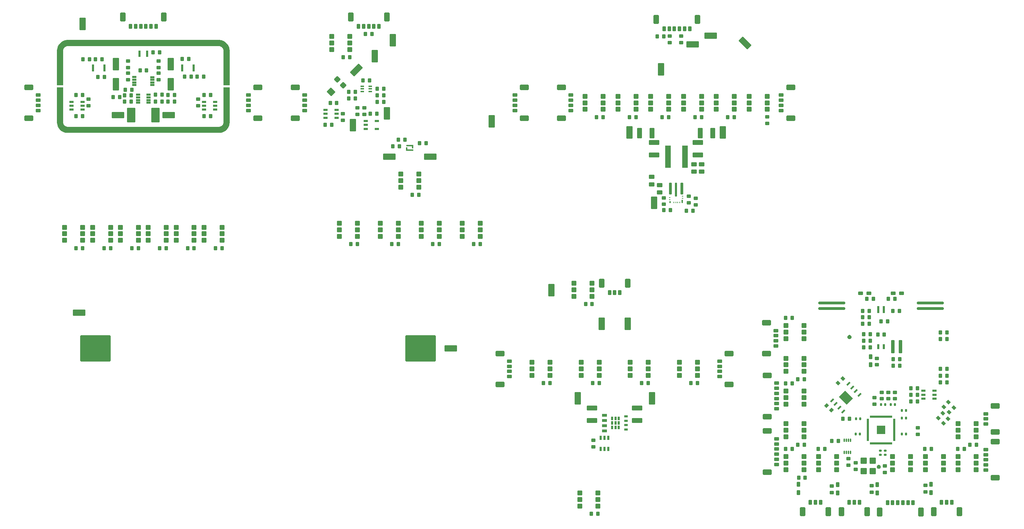
<source format=gtp>
%FSLAX25Y25*%
%MOIN*%
%SFA1B1*%

%IPPOS*%
%AMD10*
4,1,8,-0.134100,-0.127400,0.134100,-0.127400,0.146800,-0.114600,0.146800,0.114600,0.134100,0.127400,-0.134100,0.127400,-0.146800,0.114600,-0.146800,-0.114600,-0.134100,-0.127400,0.0*
1,1,0.025480,-0.134100,-0.114600*
1,1,0.025480,0.134100,-0.114600*
1,1,0.025480,0.134100,0.114600*
1,1,0.025480,-0.134100,0.114600*
%
%AMD11*
4,1,8,-0.059100,0.026600,-0.059100,-0.026600,-0.056100,-0.029500,0.056100,-0.029500,0.059100,-0.026600,0.059100,0.026600,0.056100,0.029500,-0.056100,0.029500,-0.059100,0.026600,0.0*
1,1,0.005900,-0.056100,0.026600*
1,1,0.005900,-0.056100,-0.026600*
1,1,0.005900,0.056100,-0.026600*
1,1,0.005900,0.056100,0.026600*
%
%AMD15*
4,1,8,-0.026600,-0.059100,0.026600,-0.059100,0.029500,-0.056100,0.029500,0.056100,0.026600,0.059100,-0.026600,0.059100,-0.029500,0.056100,-0.029500,-0.056100,-0.026600,-0.059100,0.0*
1,1,0.005900,-0.026600,-0.056100*
1,1,0.005900,0.026600,-0.056100*
1,1,0.005900,0.026600,0.056100*
1,1,0.005900,-0.026600,0.056100*
%
%AMD16*
4,1,8,-0.015700,0.015500,-0.015700,-0.015500,-0.012600,-0.018700,0.012600,-0.018700,0.015700,-0.015500,0.015700,0.015500,0.012600,0.018700,-0.012600,0.018700,-0.015700,0.015500,0.0*
1,1,0.006300,-0.012600,0.015500*
1,1,0.006300,-0.012600,-0.015500*
1,1,0.006300,0.012600,-0.015500*
1,1,0.006300,0.012600,0.015500*
%
%AMD18*
4,1,8,0.015400,0.006900,-0.015400,0.006900,-0.016700,0.005500,-0.016700,-0.005500,-0.015400,-0.006900,0.015400,-0.006900,0.016700,-0.005500,0.016700,0.005500,0.015400,0.006900,0.0*
1,1,0.002760,0.015400,0.005500*
1,1,0.002760,-0.015400,0.005500*
1,1,0.002760,-0.015400,-0.005500*
1,1,0.002760,0.015400,-0.005500*
%
%AMD21*
4,1,8,-0.042300,0.020500,-0.042300,-0.020500,-0.037200,-0.025600,0.037200,-0.025600,0.042300,-0.020500,0.042300,0.020500,0.037200,0.025600,-0.037200,0.025600,-0.042300,0.020500,0.0*
1,1,0.010240,-0.037200,0.020500*
1,1,0.010240,-0.037200,-0.020500*
1,1,0.010240,0.037200,-0.020500*
1,1,0.010240,0.037200,0.020500*
%
%AMD22*
4,1,8,-0.023600,0.012600,-0.023600,-0.012600,-0.020500,-0.015700,0.020500,-0.015700,0.023600,-0.012600,0.023600,0.012600,0.020500,0.015700,-0.020500,0.015700,-0.023600,0.012600,0.0*
1,1,0.006300,-0.020500,0.012600*
1,1,0.006300,-0.020500,-0.012600*
1,1,0.006300,0.020500,-0.012600*
1,1,0.006300,0.020500,0.012600*
%
%AMD23*
4,1,8,0.018900,0.023600,-0.018900,0.023600,-0.023600,0.018900,-0.023600,-0.018900,-0.018900,-0.023600,0.018900,-0.023600,0.023600,-0.018900,0.023600,0.018900,0.018900,0.023600,0.0*
1,1,0.009440,0.018900,0.018900*
1,1,0.009440,-0.018900,0.018900*
1,1,0.009440,-0.018900,-0.018900*
1,1,0.009440,0.018900,-0.018900*
%
%AMD24*
4,1,8,0.012600,0.023600,-0.012600,0.023600,-0.015700,0.020500,-0.015700,-0.020500,-0.012600,-0.023600,0.012600,-0.023600,0.015700,-0.020500,0.015700,0.020500,0.012600,0.023600,0.0*
1,1,0.006300,0.012600,0.020500*
1,1,0.006300,-0.012600,0.020500*
1,1,0.006300,-0.012600,-0.020500*
1,1,0.006300,0.012600,-0.020500*
%
%AMD25*
4,1,8,0.020500,0.042300,-0.020500,0.042300,-0.025600,0.037200,-0.025600,-0.037200,-0.020500,-0.042300,0.020500,-0.042300,0.025600,-0.037200,0.025600,0.037200,0.020500,0.042300,0.0*
1,1,0.010240,0.020500,0.037200*
1,1,0.010240,-0.020500,0.037200*
1,1,0.010240,-0.020500,-0.037200*
1,1,0.010240,0.020500,-0.037200*
%
%AMD26*
4,1,8,-0.018900,-0.008900,0.018900,-0.008900,0.020700,-0.007100,0.020700,0.007100,0.018900,0.008900,-0.018900,0.008900,-0.020700,0.007100,-0.020700,-0.007100,-0.018900,-0.008900,0.0*
1,1,0.003540,-0.018900,-0.007100*
1,1,0.003540,0.018900,-0.007100*
1,1,0.003540,0.018900,0.007100*
1,1,0.003540,-0.018900,0.007100*
%
%AMD27*
4,1,8,-0.015500,-0.015700,0.015500,-0.015700,0.018700,-0.012600,0.018700,0.012600,0.015500,0.015700,-0.015500,0.015700,-0.018700,0.012600,-0.018700,-0.012600,-0.015500,-0.015700,0.0*
1,1,0.006300,-0.015500,-0.012600*
1,1,0.006300,0.015500,-0.012600*
1,1,0.006300,0.015500,0.012600*
1,1,0.006300,-0.015500,0.012600*
%
%AMD28*
4,1,8,-0.016900,-0.011000,0.016900,-0.011000,0.019100,-0.008800,0.019100,0.008800,0.016900,0.011000,-0.016900,0.011000,-0.019100,0.008800,-0.019100,-0.008800,-0.016900,-0.011000,0.0*
1,1,0.004400,-0.016900,-0.008800*
1,1,0.004400,0.016900,-0.008800*
1,1,0.004400,0.016900,0.008800*
1,1,0.004400,-0.016900,0.008800*
%
%AMD29*
4,1,8,-0.039400,0.066900,-0.039400,-0.066900,-0.035400,-0.070900,0.035400,-0.070900,0.039400,-0.066900,0.039400,0.066900,0.035400,0.070900,-0.035400,0.070900,-0.039400,0.066900,0.0*
1,1,0.007880,-0.035400,0.066900*
1,1,0.007880,-0.035400,-0.066900*
1,1,0.007880,0.035400,-0.066900*
1,1,0.007880,0.035400,0.066900*
%
%AMD41*
4,1,8,0.003300,-0.030100,0.030100,-0.003300,0.030100,0.003300,0.003300,0.030100,-0.003300,0.030100,-0.030100,0.003300,-0.030100,-0.003300,-0.003300,-0.030100,0.003300,-0.030100,0.0*
1,1,0.009440,0.000000,-0.026700*
1,1,0.009440,0.026700,0.000000*
1,1,0.009440,0.000000,0.026700*
1,1,0.009440,-0.026700,0.000000*
%
%AMD42*
4,1,8,-0.039000,-0.002800,-0.002800,-0.039000,0.005600,-0.039000,0.039000,-0.005600,0.039000,0.002800,0.002800,0.039000,-0.005600,0.039000,-0.039000,0.005600,-0.039000,-0.002800,0.0*
1,1,0.011820,-0.034800,0.001400*
1,1,0.011820,0.001400,-0.034800*
1,1,0.011820,0.034800,-0.001400*
1,1,0.011820,-0.001400,0.034800*
%
%AMD43*
4,1,8,-0.060600,-0.023000,-0.023000,-0.060600,-0.018800,-0.060500,0.060500,0.018800,0.060600,0.023000,0.023000,0.060600,0.018800,0.060500,-0.060500,-0.018800,-0.060600,-0.023000,0.0*
1,1,0.005900,-0.058500,-0.020900*
1,1,0.005900,-0.020900,-0.058500*
1,1,0.005900,0.058500,0.020900*
1,1,0.005900,0.020900,0.058500*
%
%AMD49*
4,1,8,-0.022100,-0.000100,-0.000100,-0.022100,0.004300,-0.022100,0.022100,-0.004300,0.022100,0.000100,0.000100,0.022100,-0.004300,0.022100,-0.022100,0.004300,-0.022100,-0.000100,0.0*
1,1,0.006300,-0.019900,0.002100*
1,1,0.006300,0.002100,-0.019900*
1,1,0.006300,0.019900,-0.002100*
1,1,0.006300,-0.002100,0.019900*
%
%AMD50*
4,1,8,-0.016700,0.018300,-0.016700,-0.018300,-0.013400,-0.021700,0.013400,-0.021700,0.016700,-0.018300,0.016700,0.018300,0.013400,0.021700,-0.013400,0.021700,-0.016700,0.018300,0.0*
1,1,0.006700,-0.013400,0.018300*
1,1,0.006700,-0.013400,-0.018300*
1,1,0.006700,0.013400,-0.018300*
1,1,0.006700,0.013400,0.018300*
%
%AMD51*
4,1,8,-0.009800,-0.009800,0.009800,-0.009800,0.011800,-0.007900,0.011800,0.007900,0.009800,0.009800,-0.009800,0.009800,-0.011800,0.007900,-0.011800,-0.007900,-0.009800,-0.009800,0.0*
1,1,0.003940,-0.009800,-0.007900*
1,1,0.003940,0.009800,-0.007900*
1,1,0.003940,0.009800,0.007900*
1,1,0.003940,-0.009800,0.007900*
%
%AMD53*
4,1,8,-0.018300,-0.016700,0.018300,-0.016700,0.021700,-0.013400,0.021700,0.013400,0.018300,0.016700,-0.018300,0.016700,-0.021700,0.013400,-0.021700,-0.013400,-0.018300,-0.016700,0.0*
1,1,0.006700,-0.018300,-0.013400*
1,1,0.006700,0.018300,-0.013400*
1,1,0.006700,0.018300,0.013400*
1,1,0.006700,-0.018300,0.013400*
%
%AMD54*
4,1,8,-0.004100,-0.015700,0.004100,-0.015700,0.005900,-0.014000,0.005900,0.014000,0.004100,0.015700,-0.004100,0.015700,-0.005900,0.014000,-0.005900,-0.014000,-0.004100,-0.015700,0.0*
1,1,0.003540,-0.004100,-0.014000*
1,1,0.003540,0.004100,-0.014000*
1,1,0.003540,0.004100,0.014000*
1,1,0.003540,-0.004100,0.014000*
%
%AMD59*
4,1,8,0.020700,0.031500,-0.020700,0.031500,-0.029500,0.022600,-0.029500,-0.022600,-0.020700,-0.031500,0.020700,-0.031500,0.029500,-0.022600,0.029500,0.022600,0.020700,0.031500,0.0*
1,1,0.017720,0.020700,0.022600*
1,1,0.017720,-0.020700,0.022600*
1,1,0.017720,-0.020700,-0.022600*
1,1,0.017720,0.020700,-0.022600*
%
%AMD60*
4,1,8,0.009800,-0.009800,0.009800,0.009800,0.007900,0.011800,-0.007900,0.011800,-0.009800,0.009800,-0.009800,-0.009800,-0.007900,-0.011800,0.007900,-0.011800,0.009800,-0.009800,0.0*
1,1,0.003940,0.007900,-0.009800*
1,1,0.003940,0.007900,0.009800*
1,1,0.003940,-0.007900,0.009800*
1,1,0.003940,-0.007900,-0.009800*
%
%AMD62*
4,1,8,-0.012800,-0.063000,0.012800,-0.063000,0.015900,-0.059800,0.015900,0.059800,0.012800,0.063000,-0.012800,0.063000,-0.015900,0.059800,-0.015900,-0.059800,-0.012800,-0.063000,0.0*
1,1,0.006380,-0.012800,-0.059800*
1,1,0.006380,0.012800,-0.059800*
1,1,0.006380,0.012800,0.059800*
1,1,0.006380,-0.012800,0.059800*
%
%AMD63*
4,1,8,-0.000100,0.022100,-0.022100,0.000100,-0.022100,-0.004300,-0.004300,-0.022100,0.000100,-0.022100,0.022100,-0.000100,0.022100,0.004300,0.004300,0.022100,-0.000100,0.022100,0.0*
1,1,0.006300,0.002100,0.019900*
1,1,0.006300,-0.019900,-0.002100*
1,1,0.006300,-0.002100,-0.019900*
1,1,0.006300,0.019900,0.002100*
%
%AMD64*
4,1,8,0.006400,0.019000,-0.019000,-0.006400,-0.019000,-0.010300,-0.010300,-0.019000,-0.006400,-0.019000,0.019000,0.006400,0.019000,0.010300,0.010300,0.019000,0.006400,0.019000,0.0*
1,1,0.005320,0.008300,0.017100*
1,1,0.005320,-0.017100,-0.008300*
1,1,0.005320,-0.008300,-0.017100*
1,1,0.005320,0.017100,0.008300*
%
%AMD67*
4,1,8,0.022500,0.108300,-0.022500,0.108300,-0.028100,0.102600,-0.028100,-0.102600,-0.022500,-0.108300,0.022500,-0.108300,0.028100,-0.102600,0.028100,0.102600,0.022500,0.108300,0.0*
1,1,0.011260,0.022500,0.102600*
1,1,0.011260,-0.022500,0.102600*
1,1,0.011260,-0.022500,-0.102600*
1,1,0.011260,0.022500,-0.102600*
%
%AMD68*
4,1,8,0.046600,0.022600,-0.046600,0.022600,-0.051200,0.018100,-0.051200,-0.018100,-0.046600,-0.022600,0.046600,-0.022600,0.051200,-0.018100,0.051200,0.018100,0.046600,0.022600,0.0*
1,1,0.009060,0.046600,0.018100*
1,1,0.009060,-0.046600,0.018100*
1,1,0.009060,-0.046600,-0.018100*
1,1,0.009060,0.046600,-0.018100*
%
%AMD69*
4,1,8,0.022600,0.019700,-0.022600,0.019700,-0.026600,0.015700,-0.026600,-0.015700,-0.022600,-0.019700,0.022600,-0.019700,0.026600,-0.015700,0.026600,0.015700,0.022600,0.019700,0.0*
1,1,0.007880,0.022600,0.015700*
1,1,0.007880,-0.022600,0.015700*
1,1,0.007880,-0.022600,-0.015700*
1,1,0.007880,0.022600,-0.015700*
%
%AMD77*
4,1,8,-0.022600,0.046600,-0.022600,-0.046600,-0.018100,-0.051200,0.018100,-0.051200,0.022600,-0.046600,0.022600,0.046600,0.018100,0.051200,-0.018100,0.051200,-0.022600,0.046600,0.0*
1,1,0.009060,-0.018100,0.046600*
1,1,0.009060,-0.018100,-0.046600*
1,1,0.009060,0.018100,-0.046600*
1,1,0.009060,0.018100,0.046600*
%
%AMD78*
4,1,8,0.023000,-0.060600,0.060600,-0.023000,0.060500,-0.018800,-0.018800,0.060500,-0.023000,0.060600,-0.060600,0.023000,-0.060500,0.018800,0.018800,-0.060500,0.023000,-0.060600,0.0*
1,1,0.005900,0.020900,-0.058500*
1,1,0.005900,0.058500,-0.020900*
1,1,0.005900,-0.020900,0.058500*
1,1,0.005900,-0.058500,0.020900*
%
%AMD83*
4,1,8,-0.011000,0.016900,-0.011000,-0.016900,-0.008800,-0.019100,0.008800,-0.019100,0.011000,-0.016900,0.011000,0.016900,0.008800,0.019100,-0.008800,0.019100,-0.011000,0.016900,0.0*
1,1,0.004400,-0.008800,0.016900*
1,1,0.004400,-0.008800,-0.016900*
1,1,0.004400,0.008800,-0.016900*
1,1,0.004400,0.008800,0.016900*
%
%AMD85*
4,1,8,0.019900,0.013800,-0.019900,0.013800,-0.022600,0.011000,-0.022600,-0.011000,-0.019900,-0.013800,0.019900,-0.013800,0.022600,-0.011000,0.022600,0.011000,0.019900,0.013800,0.0*
1,1,0.005520,0.019900,0.011000*
1,1,0.005520,-0.019900,0.011000*
1,1,0.005520,-0.019900,-0.011000*
1,1,0.005520,0.019900,-0.011000*
%
%AMD154*
4,1,8,0.005900,0.058100,-0.005900,0.058100,-0.011800,0.052200,-0.011800,-0.052200,-0.005900,-0.058100,0.005900,-0.058100,0.011800,-0.052200,0.011800,0.052200,0.005900,0.058100,0.0*
1,1,0.011820,0.005900,0.052200*
1,1,0.011820,-0.005900,0.052200*
1,1,0.011820,-0.005900,-0.052200*
1,1,0.011820,0.005900,-0.052200*
%
%AMD155*
4,1,8,-0.008500,0.061800,-0.008500,-0.061800,-0.004200,-0.066000,0.004200,-0.066000,0.008500,-0.061800,0.008500,0.061800,0.004200,0.066000,-0.004200,0.066000,-0.008500,0.061800,0.0*
1,1,0.008460,-0.004200,0.061800*
1,1,0.008460,-0.004200,-0.061800*
1,1,0.008460,0.004200,-0.061800*
1,1,0.008460,0.004200,0.061800*
%
%AMD156*
4,1,8,-0.007400,0.005200,-0.007400,-0.005200,-0.003700,-0.008900,0.003700,-0.008900,0.007400,-0.005200,0.007400,0.005200,0.003700,0.008900,-0.003700,0.008900,-0.007400,0.005200,0.0*
1,1,0.007380,-0.003700,0.005200*
1,1,0.007380,-0.003700,-0.005200*
1,1,0.007380,0.003700,-0.005200*
1,1,0.007380,0.003700,0.005200*
%
%AMD157*
4,1,8,-0.005400,-0.004900,0.005400,-0.004900,0.007900,-0.002500,0.007900,0.002500,0.005400,0.004900,-0.005400,0.004900,-0.007900,0.002500,-0.007900,-0.002500,-0.005400,-0.004900,0.0*
1,1,0.004920,-0.005400,-0.002500*
1,1,0.004920,0.005400,-0.002500*
1,1,0.004920,0.005400,0.002500*
1,1,0.004920,-0.005400,0.002500*
%
%AMD158*
4,1,8,-0.004900,0.005400,-0.004900,-0.005400,-0.002500,-0.007900,0.002500,-0.007900,0.004900,-0.005400,0.004900,0.005400,0.002500,0.007900,-0.002500,0.007900,-0.004900,0.005400,0.0*
1,1,0.004920,-0.002500,0.005400*
1,1,0.004920,-0.002500,-0.005400*
1,1,0.004920,0.002500,-0.005400*
1,1,0.004920,0.002500,0.005400*
%
%AMD159*
4,1,8,-0.005900,0.012700,-0.005900,-0.012700,-0.003000,-0.015600,0.003000,-0.015600,0.005900,-0.012700,0.005900,0.012700,0.003000,0.015600,-0.003000,0.015600,-0.005900,0.012700,0.0*
1,1,0.005900,-0.003000,0.012700*
1,1,0.005900,-0.003000,-0.012700*
1,1,0.005900,0.003000,-0.012700*
1,1,0.005900,0.003000,0.012700*
%
%AMD162*
4,1,8,0.040500,0.040500,-0.040500,0.040500,-0.040500,0.040500,-0.040500,-0.040500,-0.040500,-0.040500,0.040500,-0.040500,0.040500,-0.040500,0.040500,0.040500,0.040500,0.040500,0.0*
1,1,0.000000,0.040500,0.040500*
1,1,0.000000,-0.040500,0.040500*
1,1,0.000000,-0.040500,-0.040500*
1,1,0.000000,0.040500,-0.040500*
%
G04~CAMADD=10~8~0.0~0.0~2937.0~2547.2~127.4~0.0~15~0.0~0.0~0.0~0.0~0~0.0~0.0~0.0~0.0~0~0.0~0.0~0.0~180.0~2938.0~2547.0*
%ADD10D10*%
G04~CAMADD=11~8~0.0~0.0~590.6~1181.1~29.5~0.0~15~0.0~0.0~0.0~0.0~0~0.0~0.0~0.0~0.0~0~0.0~0.0~0.0~90.0~1182.0~591.0*
%ADD11D11*%
G04~CAMADD=15~8~0.0~0.0~590.6~1181.1~29.5~0.0~15~0.0~0.0~0.0~0.0~0~0.0~0.0~0.0~0.0~0~0.0~0.0~0.0~180.0~592.0~1181.0*
%ADD15D15*%
G04~CAMADD=16~8~0.0~0.0~374.0~315.0~31.5~0.0~15~0.0~0.0~0.0~0.0~0~0.0~0.0~0.0~0.0~0~0.0~0.0~0.0~90.0~314.0~374.0*
%ADD16D16*%
G04~CAMADD=18~8~0.0~0.0~334.7~137.8~13.8~0.0~15~0.0~0.0~0.0~0.0~0~0.0~0.0~0.0~0.0~0~0.0~0.0~0.0~0.0~334.7~137.8*
%ADD18D18*%
G04~CAMADD=21~8~0.0~0.0~511.8~846.5~51.2~0.0~15~0.0~0.0~0.0~0.0~0~0.0~0.0~0.0~0.0~0~0.0~0.0~0.0~90.0~847.0~512.0*
%ADD21D21*%
G04~CAMADD=22~8~0.0~0.0~315.0~472.4~31.5~0.0~15~0.0~0.0~0.0~0.0~0~0.0~0.0~0.0~0.0~0~0.0~0.0~0.0~90.0~472.0~315.0*
%ADD22D22*%
G04~CAMADD=23~8~0.0~0.0~472.4~472.4~47.2~0.0~15~0.0~0.0~0.0~0.0~0~0.0~0.0~0.0~0.0~0~0.0~0.0~0.0~0.0~472.4~472.4*
%ADD23D23*%
G04~CAMADD=24~8~0.0~0.0~315.0~472.4~31.5~0.0~15~0.0~0.0~0.0~0.0~0~0.0~0.0~0.0~0.0~0~0.0~0.0~0.0~0.0~315.0~472.4*
%ADD24D24*%
G04~CAMADD=25~8~0.0~0.0~511.8~846.5~51.2~0.0~15~0.0~0.0~0.0~0.0~0~0.0~0.0~0.0~0.0~0~0.0~0.0~0.0~0.0~511.8~846.5*
%ADD25D25*%
G04~CAMADD=26~8~0.0~0.0~413.4~177.2~17.7~0.0~15~0.0~0.0~0.0~0.0~0~0.0~0.0~0.0~0.0~0~0.0~0.0~0.0~180.0~414.0~178.0*
%ADD26D26*%
G04~CAMADD=27~8~0.0~0.0~374.0~315.0~31.5~0.0~15~0.0~0.0~0.0~0.0~0~0.0~0.0~0.0~0.0~0~0.0~0.0~0.0~180.0~374.0~314.0*
%ADD27D27*%
G04~CAMADD=28~8~0.0~0.0~382.8~219.7~22.0~0.0~15~0.0~0.0~0.0~0.0~0~0.0~0.0~0.0~0.0~0~0.0~0.0~0.0~180.0~383.0~220.0*
%ADD28D28*%
G04~CAMADD=29~8~0.0~0.0~1417.3~787.4~39.4~0.0~15~0.0~0.0~0.0~0.0~0~0.0~0.0~0.0~0.0~0~0.0~0.0~0.0~90.0~789.0~1418.0*
%ADD29D29*%
%ADD37C,0.027560*%
G04~CAMADD=41~8~0.0~0.0~472.4~472.4~47.2~0.0~15~0.0~0.0~0.0~0.0~0~0.0~0.0~0.0~0.0~0~0.0~0.0~0.0~225.0~628.0~628.0*
%ADD41D41*%
G04~CAMADD=42~8~0.0~0.0~629.9~590.6~59.1~0.0~15~0.0~0.0~0.0~0.0~0~0.0~0.0~0.0~0.0~0~0.0~0.0~0.0~135.0~814.0~814.0*
%ADD42D42*%
G04~CAMADD=43~8~0.0~0.0~590.6~1181.1~29.5~0.0~15~0.0~0.0~0.0~0.0~0~0.0~0.0~0.0~0.0~0~0.0~0.0~0.0~135.0~1228.0~1228.0*
%ADD43D43*%
G04~CAMADD=49~8~0.0~0.0~374.0~315.0~31.5~0.0~15~0.0~0.0~0.0~0.0~0~0.0~0.0~0.0~0.0~0~0.0~0.0~0.0~135.0~462.0~460.0*
%ADD49D49*%
G04~CAMADD=50~8~0.0~0.0~433.1~334.7~33.5~0.0~15~0.0~0.0~0.0~0.0~0~0.0~0.0~0.0~0.0~0~0.0~0.0~0.0~90.0~336.0~433.0*
%ADD50D50*%
G04~CAMADD=51~8~0.0~0.0~236.2~196.8~19.7~0.0~15~0.0~0.0~0.0~0.0~0~0.0~0.0~0.0~0.0~0~0.0~0.0~0.0~180.0~236.0~196.0*
%ADD51D51*%
G04~CAMADD=53~8~0.0~0.0~433.1~334.7~33.5~0.0~15~0.0~0.0~0.0~0.0~0~0.0~0.0~0.0~0.0~0~0.0~0.0~0.0~180.0~434.0~335.0*
%ADD53D53*%
G04~CAMADD=54~8~0.0~0.0~118.1~315.0~17.7~0.0~15~0.0~0.0~0.0~0.0~0~0.0~0.0~0.0~0.0~0~0.0~0.0~0.0~180.0~118.0~314.0*
%ADD54D54*%
G04~CAMADD=59~8~0.0~0.0~590.6~629.9~88.6~0.0~15~0.0~0.0~0.0~0.0~0~0.0~0.0~0.0~0.0~0~0.0~0.0~0.0~0.0~590.6~629.9*
%ADD59D59*%
G04~CAMADD=60~8~0.0~0.0~236.2~196.8~19.7~0.0~15~0.0~0.0~0.0~0.0~0~0.0~0.0~0.0~0.0~0~0.0~0.0~0.0~270.0~196.0~236.0*
%ADD60D60*%
G04~CAMADD=62~8~0.0~0.0~318.9~1259.8~31.9~0.0~15~0.0~0.0~0.0~0.0~0~0.0~0.0~0.0~0.0~0~0.0~0.0~0.0~180.0~320.0~1260.0*
%ADD62D62*%
G04~CAMADD=63~8~0.0~0.0~374.0~315.0~31.5~0.0~15~0.0~0.0~0.0~0.0~0~0.0~0.0~0.0~0.0~0~0.0~0.0~0.0~45.0~460.0~462.0*
%ADD63D63*%
G04~CAMADD=64~8~0.0~0.0~413.4~177.2~26.6~0.0~15~0.0~0.0~0.0~0.0~0~0.0~0.0~0.0~0.0~0~0.0~0.0~0.0~45.0~396.0~396.0*
%ADD64D64*%
G04~CAMADD=67~8~0.0~0.0~563.0~2165.4~56.3~0.0~15~0.0~0.0~0.0~0.0~0~0.0~0.0~0.0~0.0~0~0.0~0.0~0.0~0.0~563.0~2165.4*
%ADD67D67*%
G04~CAMADD=68~8~0.0~0.0~1023.6~452.8~45.3~0.0~15~0.0~0.0~0.0~0.0~0~0.0~0.0~0.0~0.0~0~0.0~0.0~0.0~0.0~1023.6~452.8*
%ADD68D68*%
G04~CAMADD=69~8~0.0~0.0~531.5~393.7~39.4~0.0~15~0.0~0.0~0.0~0.0~0~0.0~0.0~0.0~0.0~0~0.0~0.0~0.0~0.0~531.5~393.7*
%ADD69D69*%
G04~CAMADD=77~8~0.0~0.0~1023.6~452.8~45.3~0.0~15~0.0~0.0~0.0~0.0~0~0.0~0.0~0.0~0.0~0~0.0~0.0~0.0~90.0~454.0~1023.0*
%ADD77D77*%
G04~CAMADD=78~8~0.0~0.0~590.6~1181.1~29.5~0.0~15~0.0~0.0~0.0~0.0~0~0.0~0.0~0.0~0.0~0~0.0~0.0~0.0~225.0~1228.0~1228.0*
%ADD78D78*%
G04~CAMADD=83~8~0.0~0.0~382.8~219.7~22.0~0.0~15~0.0~0.0~0.0~0.0~0~0.0~0.0~0.0~0.0~0~0.0~0.0~0.0~90.0~220.0~383.0*
%ADD83D83*%
G04~CAMADD=85~8~0.0~0.0~452.8~275.6~27.6~0.0~15~0.0~0.0~0.0~0.0~0~0.0~0.0~0.0~0.0~0~0.0~0.0~0.0~0.0~452.8~275.6*
%ADD85D85*%
%ADD146R,0.023620X0.062990*%
%ADD147R,0.023620X0.070870*%
%ADD148R,0.012990X0.036080*%
%ADD149R,0.068900X0.016730*%
%ADD150R,0.019680X0.070870*%
%ADD151R,0.019680X0.051180*%
%ADD152R,0.019680X0.212600*%
%ADD153R,0.212600X0.019680*%
G04~CAMADD=154~8~0.0~0.0~236.2~1161.4~59.1~0.0~15~0.0~0.0~0.0~0.0~0~0.0~0.0~0.0~0.0~0~0.0~0.0~0.0~0.0~236.2~1161.4*
%ADD154D154*%
G04~CAMADD=155~8~0.0~0.0~1320.9~169.3~42.3~0.0~15~0.0~0.0~0.0~0.0~0~0.0~0.0~0.0~0.0~0~0.0~0.0~0.0~90.0~170.0~1321.0*
%ADD155D155*%
G04~CAMADD=156~8~0.0~0.0~177.2~147.6~36.9~0.0~15~0.0~0.0~0.0~0.0~0~0.0~0.0~0.0~0.0~0~0.0~0.0~0.0~90.0~149.0~178.0*
%ADD156D156*%
G04~CAMADD=157~8~0.0~0.0~157.5~98.4~24.6~0.0~15~0.0~0.0~0.0~0.0~0~0.0~0.0~0.0~0.0~0~0.0~0.0~0.0~180.0~158.0~98.0*
%ADD157D157*%
G04~CAMADD=158~8~0.0~0.0~157.5~98.4~24.6~0.0~15~0.0~0.0~0.0~0.0~0~0.0~0.0~0.0~0.0~0~0.0~0.0~0.0~90.0~99.0~158.0*
%ADD158D158*%
G04~CAMADD=159~8~0.0~0.0~313.0~118.1~29.5~0.0~15~0.0~0.0~0.0~0.0~0~0.0~0.0~0.0~0.0~0~0.0~0.0~0.0~90.0~118.0~313.0*
%ADD159D159*%
%ADD160R,0.035430X0.023620*%
%ADD161R,0.023620X0.035430*%
G04~CAMADD=162~8~0.0~0.0~811.0~811.0~0.0~0.0~15~0.0~0.0~0.0~0.0~0~0.0~0.0~0.0~0.0~0~0.0~0.0~0.0~0.0~811.0~811.0*
%ADD162D162*%
%LNpanel-1*%
%LPD*%
G36*
X289927Y560408D02*
X290427Y560359D01*
X290924Y560285*
X291417Y560187*
X291904Y560065*
X292385Y559919*
X292858Y559750*
X293323Y559558*
X293777Y559343*
X294220Y559106*
X294651Y558848*
X295069Y558568*
X295473Y558269*
X295861Y557950*
X296234Y557613*
X296589Y557257*
X296926Y556885*
X297245Y556496*
X297545Y556093*
X297824Y555675*
X298082Y555244*
X298319Y554801*
X298534Y554346*
X298726Y553882*
X298896Y553409*
X299042Y552928*
X299164Y552440*
X299262Y551947*
X299336Y551450*
X299385Y550950*
X299410Y550448*
Y550197*
Y516732*
X293504*
Y550197*
X293501Y550367*
X293474Y550706*
X293421Y551042*
X293341Y551372*
X293236Y551696*
X293106Y552010*
X292952Y552313*
X292774Y552603*
X292574Y552878*
X292353Y553136*
X292113Y553377*
X291854Y553598*
X291579Y553798*
X291289Y553975*
X290986Y554130*
X290672Y554260*
X290349Y554365*
X290018Y554444*
X289682Y554497*
X289343Y554524*
X289173Y554528*
X143898*
X143728Y554524*
X143389Y554497*
X143053Y554444*
X142722Y554365*
X142399Y554260*
X142085Y554130*
X141782Y553975*
X141492Y553798*
X141217Y553598*
X140958Y553377*
X140717Y553136*
X140497Y552878*
X140297Y552603*
X140119Y552313*
X139965Y552010*
X139835Y551696*
X139729Y551372*
X139650Y551042*
X139597Y550706*
X139570Y550367*
X139567Y550197*
Y516732*
X133661*
Y550197*
Y550448*
X133686Y550950*
X133735Y551450*
X133809Y551947*
X133907Y552440*
X134029Y552928*
X134175Y553409*
X134344Y553882*
X134537Y554346*
X134752Y554801*
X134988Y555244*
X135247Y555675*
X135526Y556093*
X135826Y556496*
X136144Y556885*
X136482Y557257*
X136837Y557613*
X137210Y557950*
X137598Y558269*
X138002Y558568*
X138420Y558848*
X138851Y559106*
X139294Y559343*
X139748Y559558*
X140213Y559750*
X140686Y559919*
X141167Y560065*
X141654Y560187*
X142147Y560285*
X142644Y560359*
X143144Y560408*
X143646Y560433*
X289424*
X289927Y560408*
G37*
G36*
X299410Y481299D02*
Y481048D01*
X299385Y480546*
X299336Y480046*
X299262Y479549*
X299164Y479056*
X299042Y478568*
X298896Y478087*
X298726Y477614*
X298534Y477150*
X298319Y476695*
X298082Y476252*
X297824Y475821*
X297545Y475403*
X297245Y475000*
X296926Y474611*
X296589Y474239*
X296234Y473883*
X295861Y473546*
X295473Y473227*
X295069Y472928*
X294651Y472648*
X294220Y472390*
X293777Y472153*
X293323Y471938*
X292858Y471746*
X292385Y471577*
X291904Y471431*
X291417Y471309*
X290924Y471211*
X290427Y471137*
X289927Y471088*
X289424Y471063*
X143646*
X143144Y471088*
X142644Y471137*
X142147Y471211*
X141654Y471309*
X141167Y471431*
X140686Y471577*
X140213Y471746*
X139748Y471938*
X139294Y472153*
X138851Y472390*
X138420Y472648*
X138002Y472928*
X137598Y473227*
X137210Y473546*
X136837Y473883*
X136482Y474239*
X136144Y474611*
X135826Y475000*
X135526Y475403*
X135247Y475821*
X134988Y476252*
X134752Y476695*
X134537Y477150*
X134344Y477614*
X134175Y478087*
X134029Y478568*
X133907Y479056*
X133809Y479549*
X133735Y480046*
X133686Y480546*
X133661Y481048*
Y481299*
Y514764*
X139567*
Y481299*
X139570Y481129*
X139597Y480790*
X139650Y480454*
X139729Y480124*
X139835Y479800*
X139965Y479486*
X140119Y479183*
X140297Y478893*
X140497Y478618*
X140717Y478360*
X140958Y478119*
X141217Y477898*
X141492Y477698*
X141782Y477521*
X142085Y477366*
X142399Y477236*
X142722Y477131*
X143053Y477052*
X143389Y476999*
X143728Y476972*
X143898Y476968*
X289173*
X289343Y476972*
X289682Y476999*
X290018Y477052*
X290349Y477131*
X290672Y477236*
X290986Y477366*
X291289Y477521*
X291579Y477698*
X291854Y477898*
X292113Y478119*
X292353Y478360*
X292574Y478618*
X292774Y478893*
X292952Y479183*
X293106Y479486*
X293236Y479800*
X293341Y480124*
X293421Y480454*
X293474Y480790*
X293501Y481129*
X293504Y481299*
Y514764*
X299410*
Y481299*
G37*
G36*
X896850Y275590D02*
Y274016D01*
X895669Y272835*
X894094*
X892913Y274016*
Y275590*
X894094Y276772*
X895669*
X896850Y275590*
G37*
G36*
X898131Y215756D02*
X892118Y209743D01*
X884546Y217315*
X890559Y223328*
X898131Y215756*
G37*
G36*
X924988Y150787D02*
Y149213D01*
X923807Y148031*
X922232*
X921051Y149213*
Y150787*
X922232Y151969*
X923807*
X924988Y150787*
G37*
G54D10*
X170591Y263779D03*
X482953D03*
G54D11*
X154724Y298031D03*
X511811Y263779D03*
X240945Y488189D03*
X192126D03*
X492126Y448032D03*
X452756D03*
X761417Y564567D03*
X744095Y556299D03*
G54D15*
X158268Y575984D03*
X242913Y517717D03*
Y537008D03*
X190157D03*
Y517717D03*
X551181Y482283D03*
X438976Y544882D03*
X456299Y560236D03*
X450394Y489764D03*
X417717Y478346D03*
X713779Y532283D03*
X707087Y403937D03*
X773228Y471654D03*
X683464D03*
X608602Y319724D03*
X633898Y215787D03*
X705158D03*
X681929Y287441D03*
X656732D03*
G54D16*
X205512Y512598D03*
X199213D03*
X198425Y507087D03*
X204724D03*
X232283Y548425D03*
X225984D03*
X260236Y542126D03*
X253937D03*
X285827Y360236D03*
X292126D03*
X259055D03*
X265354D03*
X232283D03*
X238583D03*
X205512D03*
X211811D03*
X178740D03*
X185039D03*
X151969D03*
X158268D03*
X204724Y501181D03*
X198425D03*
X213386Y531102D03*
X219685D03*
X176772Y541732D03*
X170472D03*
X164961D03*
X158661D03*
X172835Y524803D03*
X179134D03*
X256299Y525197D03*
X262598D03*
X268110D03*
X274410D03*
X228346Y507874D03*
X234646D03*
X151969Y487008D03*
X158268D03*
Y507480D03*
X151969D03*
X274803Y487008D03*
X281102D03*
Y507480D03*
X274803D03*
X246457D03*
X240158D03*
Y501181D03*
X246457D03*
X228346D03*
X234646D03*
X187402Y505512D03*
X193701D03*
X436221Y566142D03*
X429921D03*
X481890Y461024D03*
X488189D03*
X461417Y464567D03*
X467717D03*
X456299Y458268D03*
X462598D03*
X413779Y504331D03*
X420079D03*
X427559Y521654D03*
X433858D03*
X447638Y500787D03*
X441339D03*
Y507087D03*
X447638D03*
Y513386D03*
X441339D03*
X434646Y489370D03*
X440945D03*
X397638Y478740D03*
X391339D03*
X420079Y510630D03*
X413779D03*
X402362Y500000D03*
X396063D03*
X533858Y364173D03*
X540158D03*
X415748D03*
X422047D03*
X474803Y411417D03*
X481102D03*
X455118Y364173D03*
X461417D03*
X494488D03*
X500787D03*
X408638Y543677D03*
X414937D03*
X988583Y244094D03*
X982283D03*
X877953Y174803D03*
X884252D03*
X938583Y311417D03*
X932283D03*
X917717D03*
X846063Y139370D03*
X852362D03*
X911417Y311417D03*
X888583Y196063D03*
X894882D03*
X1010630Y171260D03*
X1016929D03*
X1005118Y167323D03*
X998819D03*
X973622D03*
X967323D03*
X871260D03*
X864961D03*
X845276Y171260D03*
X851575D03*
X839764Y167323D03*
X833465D03*
X839764Y230315D03*
X833465D03*
X845276Y234252D03*
X851575D03*
X839764Y293307D03*
X833465D03*
X988583Y231102D03*
X982283D03*
X988583Y237402D03*
X982283D03*
X988583Y279134D03*
X982283D03*
X988583Y272835D03*
X982283D03*
X931496Y289764D03*
X925197D03*
X937008Y247244D03*
X943307D03*
X937008Y253543D03*
X943307D03*
X960236Y212992D03*
X953937D03*
X960236Y219291D03*
X953937D03*
X960236Y225590D03*
X953937D03*
X908661Y264961D03*
X914961D03*
X908661Y271260D03*
X914961D03*
Y277559D03*
X908661D03*
X928347Y277165D03*
X922047D03*
X936614Y300000D03*
X942913D03*
X913780Y287402D03*
X907480D03*
X913780Y293701D03*
X907480D03*
X913780Y300000D03*
X907480D03*
X683464Y486221D03*
X689764D03*
X738189Y396063D03*
X744488D03*
X716535Y396850D03*
X722835D03*
X777953Y486221D03*
X784252D03*
X746457D03*
X752756D03*
X714961D03*
X721260D03*
X651968D03*
X658268D03*
X710236Y563779D03*
X716535D03*
X646890Y104764D03*
X653189D03*
X742559Y230354D03*
X748858D03*
X695315D03*
X701614D03*
X648071D03*
X654370D03*
X600827D03*
X607126D03*
X641378Y306339D03*
X647677D03*
G54D18*
X426770Y515944D03*
Y513385D03*
Y510826D03*
X434644D03*
Y513385D03*
Y515944D03*
G54D21*
X106516Y485138D03*
Y514862D03*
X326555D03*
Y485138D03*
X362421D03*
Y514862D03*
X582461D03*
Y485138D03*
X815177Y288484D03*
Y258760D03*
X815965Y198327D03*
Y237894D03*
Y144783D03*
Y184350D03*
X1034823Y139370D03*
Y174016D03*
Y208465D03*
Y183661D03*
X618327Y485138D03*
Y514862D03*
X838366D03*
Y485138D03*
X779350Y258996D03*
Y229272D03*
X559311D03*
Y258996D03*
G54D22*
X115551Y507382D03*
Y502461D03*
Y497539D03*
Y492618D03*
X317520D03*
Y497539D03*
Y502461D03*
Y507382D03*
X371457D03*
Y502461D03*
Y497539D03*
Y492618D03*
X573425D03*
Y497539D03*
Y502461D03*
Y507382D03*
X824213Y266240D03*
Y271161D03*
Y276083D03*
Y281004D03*
X825000Y230413D03*
Y225492D03*
Y220571D03*
Y215650D03*
Y210728D03*
Y205807D03*
Y176870D03*
Y171949D03*
Y167027D03*
Y162106D03*
Y157185D03*
Y152264D03*
X1025787Y151772D03*
Y146850D03*
Y166535D03*
Y161614D03*
Y156693D03*
Y200984D03*
Y191142D03*
Y196063D03*
X627362Y507382D03*
Y502461D03*
Y497539D03*
Y492618D03*
X829331D03*
Y497539D03*
Y502461D03*
Y507382D03*
X770315Y236752D03*
Y241673D03*
Y246595D03*
Y251516D03*
X568346D03*
Y246595D03*
Y241673D03*
Y236752D03*
G54D23*
X274803Y380315D03*
Y374016D03*
X292126Y380315D03*
Y374016D03*
Y367717D03*
X274803D03*
X248031Y380315D03*
Y374016D03*
X265354Y380315D03*
Y374016D03*
Y367717D03*
X248031D03*
X221260Y380315D03*
Y374016D03*
X238583Y380315D03*
Y374016D03*
Y367717D03*
X221260D03*
X194488Y380315D03*
Y374016D03*
X211811Y380315D03*
Y374016D03*
Y367717D03*
X194488D03*
X167717Y380315D03*
Y374016D03*
X185039Y380315D03*
Y374016D03*
Y367717D03*
X167717D03*
X140945Y380315D03*
Y374016D03*
X158268Y380315D03*
Y374016D03*
Y367717D03*
X140945D03*
X522835Y371654D03*
X540158D03*
Y377953D03*
Y384252D03*
X522835Y377953D03*
Y384252D03*
X404724Y371654D03*
X422047D03*
Y377953D03*
Y384252D03*
X404724Y377953D03*
Y384252D03*
X444095Y371654D03*
X461417D03*
Y377953D03*
Y384252D03*
X444095Y377953D03*
Y384252D03*
X463779Y418898D03*
X481102D03*
Y425197D03*
Y431496D03*
X463779Y425197D03*
Y431496D03*
X483464Y371654D03*
X500787D03*
Y377953D03*
Y384252D03*
X483464Y377953D03*
Y384252D03*
X397614Y551157D03*
X414937D03*
Y557456D03*
Y563756D03*
X397614Y557456D03*
Y563756D03*
X851181Y222835D03*
X833858D03*
Y216535D03*
Y210236D03*
X851181Y216535D03*
Y210236D03*
X833858Y241732D03*
X851181D03*
Y248031D03*
Y254331D03*
X833858Y248031D03*
Y254331D03*
X851181Y285827D03*
X833858D03*
Y279528D03*
Y273228D03*
X851181Y279528D03*
Y273228D03*
X999213Y178740D03*
X1016535D03*
Y185039D03*
Y191339D03*
X999213Y185039D03*
Y191339D03*
X1016535Y159843D03*
X999213D03*
Y153543D03*
Y147244D03*
X1016535Y153543D03*
Y147244D03*
X953543Y159843D03*
X936220D03*
Y153543D03*
Y147244D03*
X953543Y153543D03*
Y147244D03*
X985039Y159843D03*
X967717D03*
Y153543D03*
Y147244D03*
X985039Y153543D03*
Y147244D03*
X882677Y159843D03*
X865354D03*
Y153543D03*
Y147244D03*
X882677Y153543D03*
Y147244D03*
X833858Y178740D03*
X851181D03*
Y185039D03*
Y191339D03*
X833858Y185039D03*
Y191339D03*
X851181Y159843D03*
X833858D03*
Y153543D03*
Y147244D03*
X851181Y153543D03*
Y147244D03*
X640945Y506299D03*
Y500000D03*
X658268Y506299D03*
Y500000D03*
Y493701D03*
X640945D03*
X672441Y506299D03*
Y500000D03*
X689764Y506299D03*
Y500000D03*
Y493701D03*
X672441D03*
X703937Y506299D03*
Y500000D03*
X721260Y506299D03*
Y500000D03*
Y493701D03*
X703937D03*
X735433Y506299D03*
Y500000D03*
X752756Y506299D03*
Y500000D03*
Y493701D03*
X735433D03*
X766929Y506299D03*
Y500000D03*
X784252Y506299D03*
Y500000D03*
Y493701D03*
X766929D03*
X798425Y506299D03*
Y500000D03*
X815748Y506299D03*
Y500000D03*
Y493701D03*
X798425D03*
X635866Y112244D03*
X653189D03*
Y118543D03*
Y124843D03*
X635866Y118543D03*
Y124843D03*
X589803Y237835D03*
X607126D03*
Y244134D03*
Y250433D03*
X589803Y244134D03*
Y250433D03*
X637047D03*
Y244134D03*
X654370Y250433D03*
Y244134D03*
Y237835D03*
X637047D03*
X684291D03*
X701614D03*
Y244134D03*
Y250433D03*
X684291Y244134D03*
Y250433D03*
X731535Y237835D03*
X748858D03*
Y244134D03*
Y250433D03*
X731535Y244134D03*
Y250433D03*
X630354Y313819D03*
X647677D03*
Y320118D03*
Y326417D03*
X630354Y320118D03*
Y326417D03*
G54D24*
X204232Y573425D03*
X209154D03*
X214075D03*
X218996D03*
X223917D03*
X228839D03*
X437992D03*
X442913D03*
X423228D03*
X428150D03*
X433071D03*
X904527Y115945D03*
X894685D03*
X899606D03*
X931398Y115551D03*
X936319D03*
X941240D03*
X946161D03*
X951083D03*
X956004D03*
X993110Y115945D03*
X983268D03*
X988189D03*
X867126D03*
X857283D03*
X862205D03*
X716831Y571063D03*
X721752D03*
X726673D03*
X731595D03*
X736516D03*
X741437D03*
X669331Y317559D03*
X674252D03*
X664409D03*
G54D25*
X236319Y582461D03*
X196752D03*
X450394D03*
X415748D03*
X912008Y106909D03*
X887205D03*
X963484Y106516D03*
X923917D03*
X1000591Y106909D03*
X975787D03*
X874606D03*
X849803D03*
X748917Y580098D03*
X709350D03*
X681732Y326594D03*
X656929D03*
G54D26*
X211417Y500197D03*
Y502658D03*
Y505217D03*
X221654D03*
Y502658D03*
Y500098D03*
X211417Y507677D03*
X221654D03*
X225197Y524606D03*
Y522146D03*
Y519587D03*
Y517126D03*
X207874D03*
Y519587D03*
Y522146D03*
Y524705D03*
G54D27*
X201969Y522047D03*
Y528346D03*
Y540158D03*
Y533858D03*
X231102Y540158D03*
Y533858D03*
Y522047D03*
Y528346D03*
X163779Y497244D03*
Y503543D03*
X269291Y497244D03*
Y503543D03*
X428740Y495276D03*
Y488976D03*
X422047D03*
Y495276D03*
X408268Y489370D03*
Y483071D03*
X960630Y187402D03*
Y181102D03*
X877953Y131496D03*
Y125197D03*
X967717Y132283D03*
Y125984D03*
X893701Y151378D03*
Y157677D03*
X916142Y125591D03*
Y131890D03*
X928740Y144488D03*
Y150787D03*
X900976Y153862D03*
Y147563D03*
X918898Y210236D03*
Y216535D03*
X921260Y248031D03*
Y254331D03*
X938583Y221654D03*
Y215354D03*
X925984Y221654D03*
Y215354D03*
X932283Y221654D03*
Y215354D03*
X740551Y410236D03*
Y403937D03*
X747244Y401968D03*
Y408268D03*
X716535Y402362D03*
Y408661D03*
X815748Y480315D03*
Y486614D03*
X733071Y557874D03*
Y564173D03*
X722047Y557874D03*
Y564173D03*
X648858Y169331D03*
Y175630D03*
G54D28*
X274951Y493504D03*
Y497244D03*
Y500984D03*
X285679D03*
Y497244D03*
Y493504D03*
X158120Y500984D03*
Y497244D03*
Y493504D03*
X147392D03*
Y497244D03*
Y500984D03*
X430069Y482480D03*
Y478740D03*
Y475000D03*
X440797D03*
Y482480D03*
X391484Y493109D03*
Y489369D03*
Y485629D03*
X402212D03*
Y489369D03*
Y493109D03*
X976624Y215551D03*
Y219291D03*
Y223031D03*
X965896D03*
Y219291D03*
Y215551D03*
G54D29*
X204724Y488189D03*
X228346D03*
G54D37*
X866240Y302106D02*
X889665D01*
X866240Y307421D02*
X889665D01*
X960728Y302106D02*
X984153D01*
X960728Y307421D02*
X984153D01*
G54D41*
X408582Y516794D03*
X403015Y522362D03*
G54D42*
X396751Y510530D03*
G54D43*
X421260Y531496D03*
G54D49*
X985174Y191867D03*
X989629Y196322D03*
X980056Y196985D03*
X984511Y201440D03*
X985568Y207615D03*
X990022Y212070D03*
X990686Y202497D03*
X995140Y206951D03*
X883993Y230450D03*
X888448Y234904D03*
G54D50*
X883396Y124783D03*
Y132697D03*
X973159Y125177D03*
Y133090D03*
X921585Y132697D03*
Y124783D03*
X845994Y133090D03*
Y125177D03*
X915030Y248012D03*
Y255925D03*
G54D51*
X924409Y165354D03*
Y161417D03*
X929134Y165354D03*
Y161417D03*
G54D53*
X937008Y316929D03*
X944921D03*
X905512D03*
X913425D03*
G54D54*
X889961Y163779D03*
X891929D03*
X893898D03*
X895866D03*
Y175591D03*
X893898D03*
X891929D03*
X889961D03*
G54D59*
X917307Y145713D03*
X908646D03*
X917307Y155713D03*
X908646D03*
G54D60*
X938583Y209842D03*
X934646D03*
X949213Y196850D03*
X945276D03*
Y181496D03*
X949213D03*
X945276Y204331D03*
X949213D03*
X904724Y181496D03*
X900787D03*
X905118Y196063D03*
X901181D03*
X925197Y209842D03*
X929134D03*
G54D62*
X943701Y265354D03*
X936614D03*
G54D63*
X877424Y204466D03*
X872970Y208920D03*
G54D64*
X893955Y229759D03*
X897491Y226223D03*
X901027Y222688D03*
X904562Y219152D03*
X888722Y203312D03*
X885186Y206848D03*
X881651Y210383D03*
X878115Y213919D03*
G54D67*
X720394Y448032D03*
X737008D03*
G54D68*
X707087Y450000D03*
Y461811D03*
X749213Y450000D03*
Y461811D03*
X647677Y194527D03*
Y206339D03*
X690984Y194527D03*
Y206339D03*
G54D69*
X704823Y428740D03*
Y421654D03*
X712402Y420768D03*
Y413681D03*
X752756Y440945D03*
Y433858D03*
X745669Y440945D03*
Y433858D03*
G54D77*
X763386Y470866D03*
X751575D03*
X693307D03*
X705118D03*
G54D78*
X794488Y557480D03*
G54D83*
X655748Y167116D03*
X659488D03*
X663228D03*
Y177844D03*
X659488D03*
X655748D03*
G54D85*
X659488Y199665D03*
Y194665D03*
Y184665D03*
Y189665D03*
G54D146*
X220079Y547244D03*
X212992D03*
G54D147*
X168110Y533464D03*
X179134D03*
X253937D03*
X264961D03*
G54D148*
X469626Y455479D03*
X475256Y457906D03*
G54D149*
X472446Y454486D03*
X472441Y458908D03*
G54D150*
X922638Y301181D03*
X927756D03*
G54D151*
X922638Y265354D03*
X927756D03*
G54D152*
X937992Y185433D03*
X912402D03*
G54D153*
X925197Y172638D03*
Y198228D03*
G54D154*
X733756Y417456D03*
X722929D03*
G54D155*
X728341Y416620D03*
G54D156*
X722555Y404504D03*
G54D157*
X722240Y406787D03*
Y408754D03*
X734445Y410133D03*
X734446Y408165D03*
G54D158*
X726079Y404326D03*
X728047D03*
X730016D03*
X731984D03*
G54D159*
X734046Y405186D03*
G54D160*
X680354Y190065D03*
Y185866D03*
Y194264D03*
Y198464D03*
G54D161*
X673268Y187834D03*
X666969D03*
X670119D03*
X673268Y196495D03*
X666969D03*
X670119D03*
X673268Y192166D03*
X670119D03*
X666969D03*
G54D162*
X925197Y185433D03*
M02*
</source>
